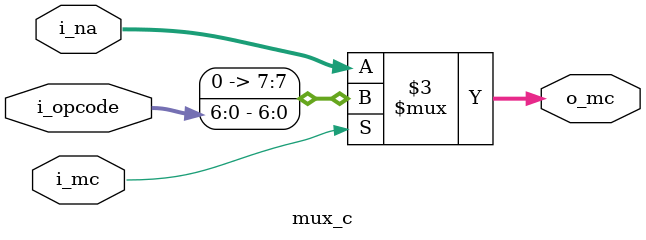
<source format=v>
module mux_c(
input		     [7:0]		i_na,
input		     [6:0]		i_opcode,
input			    		i_mc,
output	reg	     [7:0]		o_mc	
);

always@*
	case(i_mc)
		1'b1	:	o_mc		=	{1'b0, i_opcode};
		default	:	o_mc		=	i_na;
	endcase
	
endmodule
</source>
